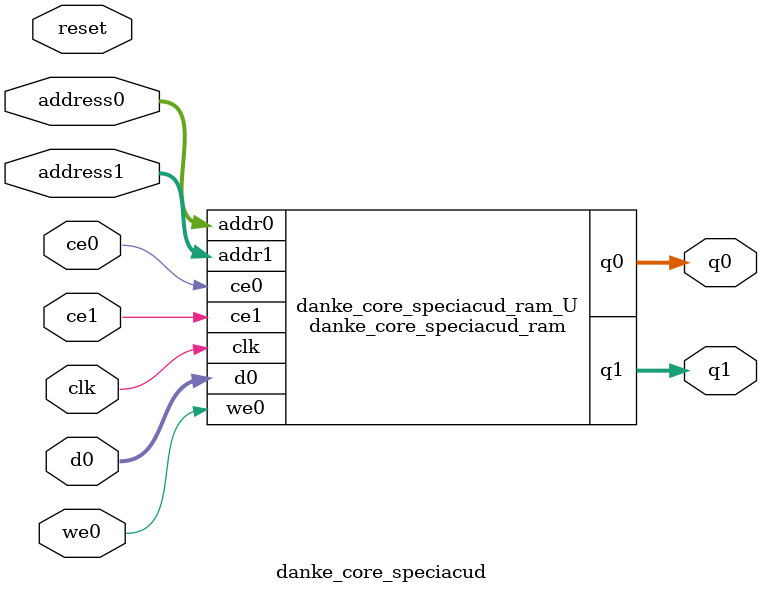
<source format=v>

`timescale 1 ns / 1 ps
module danke_core_speciacud_ram (addr0, ce0, d0, we0, q0, addr1, ce1, q1,  clk);

parameter DWIDTH = 32;
parameter AWIDTH = 5;
parameter MEM_SIZE = 32;

input[AWIDTH-1:0] addr0;
input ce0;
input[DWIDTH-1:0] d0;
input we0;
output reg[DWIDTH-1:0] q0;
input[AWIDTH-1:0] addr1;
input ce1;
output reg[DWIDTH-1:0] q1;
input clk;

(* ram_style = "block" *)reg [DWIDTH-1:0] ram[0:MEM_SIZE-1];




always @(posedge clk)  
begin 
    if (ce0) 
    begin
        if (we0) 
        begin 
            ram[addr0] <= d0; 
            q0 <= d0;
        end 
        else 
            q0 <= ram[addr0];
    end
end


always @(posedge clk)  
begin 
    if (ce1) 
    begin
            q1 <= ram[addr1];
    end
end


endmodule


`timescale 1 ns / 1 ps
module danke_core_speciacud(
    reset,
    clk,
    address0,
    ce0,
    we0,
    d0,
    q0,
    address1,
    ce1,
    q1);

parameter DataWidth = 32'd32;
parameter AddressRange = 32'd32;
parameter AddressWidth = 32'd5;
input reset;
input clk;
input[AddressWidth - 1:0] address0;
input ce0;
input we0;
input[DataWidth - 1:0] d0;
output[DataWidth - 1:0] q0;
input[AddressWidth - 1:0] address1;
input ce1;
output[DataWidth - 1:0] q1;



danke_core_speciacud_ram danke_core_speciacud_ram_U(
    .clk( clk ),
    .addr0( address0 ),
    .ce0( ce0 ),
    .d0( d0 ),
    .we0( we0 ),
    .q0( q0 ),
    .addr1( address1 ),
    .ce1( ce1 ),
    .q1( q1 ));

endmodule


</source>
